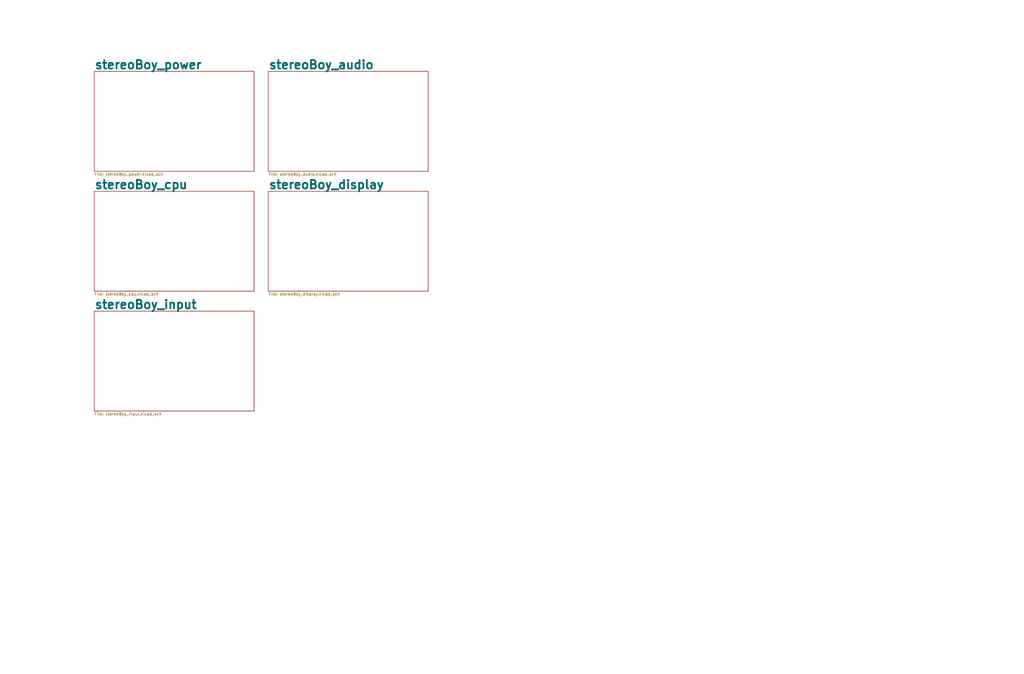
<source format=kicad_sch>
(kicad_sch
	(version 20250114)
	(generator "eeschema")
	(generator_version "9.0")
	(uuid "d7a2928f-e55e-493d-b5be-c740e277dbc2")
	(paper "User" 455.651 299.872)
	(lib_symbols)
	(sheet
		(at 119.38 85.09)
		(size 71.12 44.45)
		(exclude_from_sim no)
		(in_bom yes)
		(on_board yes)
		(dnp no)
		(fields_autoplaced yes)
		(stroke
			(width 0.1524)
			(type solid)
		)
		(fill
			(color 0 0 0 0.0000)
		)
		(uuid "2a7f479d-c6b3-45ca-8e30-62d06f466acd")
		(property "Sheetname" "stereoBoy_display"
			(at 119.38 84.3784 0)
			(effects
				(font
					(size 3.81 3.81)
					(thickness 0.762)
					(bold yes)
				)
				(justify left bottom)
			)
		)
		(property "Sheetfile" "stereoBoy_display.kicad_sch"
			(at 119.38 130.1246 0)
			(effects
				(font
					(size 1.27 1.27)
				)
				(justify left top)
			)
		)
		(instances
			(project "stereoBoy_MGB"
				(path "/d7a2928f-e55e-493d-b5be-c740e277dbc2"
					(page "5")
				)
			)
		)
	)
	(sheet
		(at 41.91 31.75)
		(size 71.12 44.45)
		(exclude_from_sim no)
		(in_bom yes)
		(on_board yes)
		(dnp no)
		(fields_autoplaced yes)
		(stroke
			(width 0.1524)
			(type solid)
		)
		(fill
			(color 0 0 0 0.0000)
		)
		(uuid "400e09b7-150a-4dd6-90db-171280936e45")
		(property "Sheetname" "stereoBoy_power"
			(at 41.91 31.0384 0)
			(effects
				(font
					(size 3.81 3.81)
					(thickness 0.762)
					(bold yes)
				)
				(justify left bottom)
			)
		)
		(property "Sheetfile" "stereoBoy_power.kicad_sch"
			(at 41.91 76.7846 0)
			(effects
				(font
					(size 1.27 1.27)
				)
				(justify left top)
			)
		)
		(property "Field2" ""
			(at 41.91 31.75 0)
			(effects
				(font
					(size 1.27 1.27)
				)
			)
		)
		(property "Field3" ""
			(at 41.91 31.75 0)
			(effects
				(font
					(size 1.27 1.27)
				)
			)
		)
		(instances
			(project "stereoBoy_MGB"
				(path "/d7a2928f-e55e-493d-b5be-c740e277dbc2"
					(page "2")
				)
			)
		)
	)
	(sheet
		(at 41.91 138.43)
		(size 71.12 44.45)
		(exclude_from_sim no)
		(in_bom yes)
		(on_board yes)
		(dnp no)
		(fields_autoplaced yes)
		(stroke
			(width 0.1524)
			(type solid)
		)
		(fill
			(color 0 0 0 0.0000)
		)
		(uuid "40c4c27c-19ca-4c41-9f62-70a21e578a99")
		(property "Sheetname" "stereoBoy_input"
			(at 41.91 137.7184 0)
			(effects
				(font
					(size 3.81 3.81)
					(thickness 0.762)
					(bold yes)
				)
				(justify left bottom)
			)
		)
		(property "Sheetfile" "stereoBoy_input.kicad_sch"
			(at 41.91 183.4646 0)
			(effects
				(font
					(size 1.27 1.27)
				)
				(justify left top)
			)
		)
		(instances
			(project "stereoBoy_MGB"
				(path "/d7a2928f-e55e-493d-b5be-c740e277dbc2"
					(page "6")
				)
			)
		)
	)
	(sheet
		(at 119.38 31.75)
		(size 71.12 44.45)
		(exclude_from_sim no)
		(in_bom yes)
		(on_board yes)
		(dnp no)
		(fields_autoplaced yes)
		(stroke
			(width 0.1524)
			(type solid)
		)
		(fill
			(color 0 0 0 0.0000)
		)
		(uuid "55fcec58-a738-426a-ab43-bd415d30b78d")
		(property "Sheetname" "stereoBoy_audio"
			(at 119.38 31.0384 0)
			(effects
				(font
					(size 3.81 3.81)
					(thickness 0.762)
					(bold yes)
				)
				(justify left bottom)
			)
		)
		(property "Sheetfile" "stereoBoy_audio.kicad_sch"
			(at 119.38 76.7846 0)
			(effects
				(font
					(size 1.27 1.27)
				)
				(justify left top)
			)
		)
		(instances
			(project "stereoBoy_MGB"
				(path "/d7a2928f-e55e-493d-b5be-c740e277dbc2"
					(page "3")
				)
			)
		)
	)
	(sheet
		(at 41.91 85.09)
		(size 71.12 44.45)
		(exclude_from_sim no)
		(in_bom yes)
		(on_board yes)
		(dnp no)
		(fields_autoplaced yes)
		(stroke
			(width 0.1524)
			(type solid)
		)
		(fill
			(color 0 0 0 0.0000)
		)
		(uuid "d8b168be-3dd8-4c54-8f23-7e4e334f5165")
		(property "Sheetname" "stereoBoy_cpu"
			(at 41.91 84.3784 0)
			(effects
				(font
					(size 3.81 3.81)
					(thickness 0.762)
					(bold yes)
				)
				(justify left bottom)
			)
		)
		(property "Sheetfile" "stereoBoy_cpu.kicad_sch"
			(at 41.91 130.1246 0)
			(effects
				(font
					(size 1.27 1.27)
				)
				(justify left top)
			)
		)
		(instances
			(project "stereoBoy_MGB"
				(path "/d7a2928f-e55e-493d-b5be-c740e277dbc2"
					(page "4")
				)
			)
		)
	)
	(sheet_instances
		(path "/"
			(page "1")
		)
	)
	(embedded_fonts no)
)

</source>
